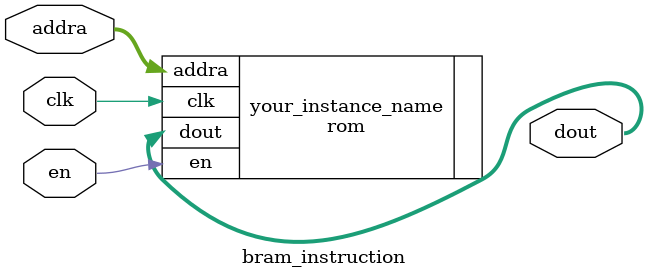
<source format=v>
`timescale 1ns / 10ps


module bram_instruction(
        input [26:0] addra,
        input en,
        input clk,
        output [31:0] dout
    );
   rom #(
    .RAM_WIDTH(32),                       // Specify RAM data width
    .RAM_DEPTH(2048),                     // Specify RAM depth (number of entries)
    .INIT_FILE("C:/Users/82108/bram_instruction/bram_instruction.srcs/sources_1/new/test.txt")                        // Specify name/location of RAM initialization file if using one (leave blank if not)
  ) your_instance_name (
    .clk(clk),   // Port A address bus, width determined from RAM_DEPTH
    .addra(addra),   // Port B address bus, width determined from RAM_DEPTH
    .en(en),       // Port A RAM Enable, for additional power savings, disable port when not in use
    .dout(dout)   // Port A RAM output data, width determined from RAM_WIDTH
  );

endmodule

</source>
